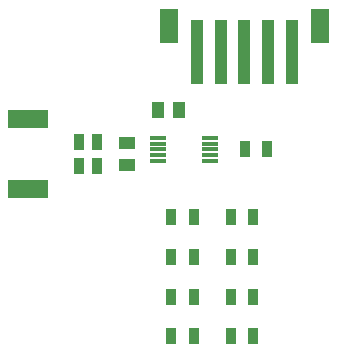
<source format=gtp>
G04*
G04 #@! TF.GenerationSoftware,Altium Limited,Altium Designer,19.1.9 (167)*
G04*
G04 Layer_Color=8421504*
%FSAX25Y25*%
%MOIN*%
G70*
G01*
G75*
%ADD14R,0.03622X0.05433*%
%ADD15R,0.05709X0.01181*%
%ADD16R,0.05591X0.04252*%
%ADD17R,0.03740X0.05315*%
%ADD18R,0.04252X0.05591*%
%ADD19R,0.03937X0.21654*%
%ADD20R,0.06299X0.11811*%
%ADD21R,0.13465X0.06457*%
D14*
X0087191Y0022217D02*
D03*
X0094710D02*
D03*
X0087191Y0035439D02*
D03*
X0094710D02*
D03*
X0114510D02*
D03*
X0106991D02*
D03*
Y0061883D02*
D03*
X0114510D02*
D03*
X0106991Y0022217D02*
D03*
X0114510D02*
D03*
Y0048661D02*
D03*
X0106991D02*
D03*
X0094710Y0061883D02*
D03*
X0087191D02*
D03*
Y0048661D02*
D03*
X0094710D02*
D03*
X0111590Y0084550D02*
D03*
X0119110D02*
D03*
D15*
X0082820Y0080613D02*
D03*
Y0082581D02*
D03*
Y0084550D02*
D03*
Y0086518D02*
D03*
Y0088487D02*
D03*
X0100143D02*
D03*
Y0086518D02*
D03*
Y0084550D02*
D03*
Y0082581D02*
D03*
Y0080613D02*
D03*
D16*
X0072482Y0079502D02*
D03*
Y0086550D02*
D03*
D17*
X0056379Y0079050D02*
D03*
X0062481D02*
D03*
Y0087050D02*
D03*
X0056379D02*
D03*
D18*
X0082820Y0097650D02*
D03*
X0089867D02*
D03*
D19*
X0095752Y0117000D02*
D03*
X0103626D02*
D03*
X0111500D02*
D03*
X0119374D02*
D03*
X0127248D02*
D03*
D20*
X0086303Y0125858D02*
D03*
X0136697D02*
D03*
D21*
X0039450Y0071495D02*
D03*
Y0094605D02*
D03*
M02*

</source>
